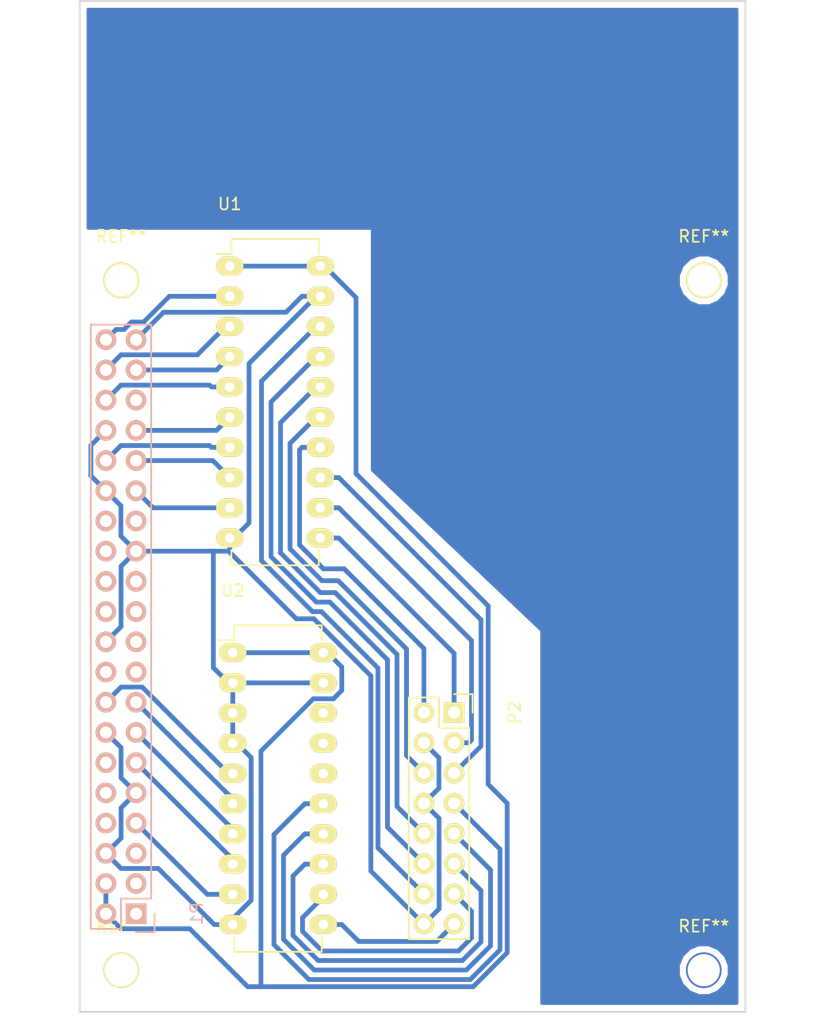
<source format=kicad_pcb>
(kicad_pcb (version 4) (host pcbnew 4.0.4-1.fc25-product)

  (general
    (links 48)
    (no_connects 0)
    (area 33.924999 31.924999 90.075001 117.075001)
    (thickness 1.6)
    (drawings 4)
    (tracks 226)
    (zones 0)
    (modules 8)
    (nets 49)
  )

  (page A4)
  (layers
    (0 F.Cu signal)
    (31 B.Cu signal)
    (32 B.Adhes user)
    (33 F.Adhes user)
    (34 B.Paste user)
    (35 F.Paste user)
    (36 B.SilkS user)
    (37 F.SilkS user)
    (38 B.Mask user)
    (39 F.Mask user)
    (40 Dwgs.User user)
    (41 Cmts.User user)
    (42 Eco1.User user)
    (43 Eco2.User user)
    (44 Edge.Cuts user)
    (45 Margin user)
    (46 B.CrtYd user)
    (47 F.CrtYd user)
    (48 B.Fab user)
    (49 F.Fab user)
  )

  (setup
    (last_trace_width 0.4)
    (trace_clearance 0.2)
    (zone_clearance 0.508)
    (zone_45_only no)
    (trace_min 0.2)
    (segment_width 0.2)
    (edge_width 0.15)
    (via_size 0.6)
    (via_drill 0.4)
    (via_min_size 0.4)
    (via_min_drill 0.3)
    (uvia_size 0.3)
    (uvia_drill 0.1)
    (uvias_allowed no)
    (uvia_min_size 0.2)
    (uvia_min_drill 0.1)
    (pcb_text_width 0.3)
    (pcb_text_size 1.5 1.5)
    (mod_edge_width 0.15)
    (mod_text_size 1 1)
    (mod_text_width 0.15)
    (pad_size 3 3)
    (pad_drill 2.7)
    (pad_to_mask_clearance 0.2)
    (aux_axis_origin 0 0)
    (visible_elements FFFFFB1F)
    (pcbplotparams
      (layerselection 0x00000_00000001)
      (usegerberextensions false)
      (excludeedgelayer true)
      (linewidth 0.100000)
      (plotframeref false)
      (viasonmask false)
      (mode 1)
      (useauxorigin false)
      (hpglpennumber 1)
      (hpglpenspeed 20)
      (hpglpendiameter 15)
      (hpglpenoverlay 2)
      (psnegative false)
      (psa4output false)
      (plotreference false)
      (plotvalue false)
      (plotinvisibletext false)
      (padsonsilk false)
      (subtractmaskfromsilk false)
      (outputformat 1)
      (mirror false)
      (drillshape 0)
      (scaleselection 1)
      (outputdirectory ""))
  )

  (net 0 "")
  (net 1 "Net-(P1-Pad1)")
  (net 2 "Net-(P1-Pad3)")
  (net 3 "Net-(P1-Pad5)")
  (net 4 "Net-(P1-Pad7)")
  (net 5 "Net-(P1-Pad8)")
  (net 6 "Net-(P1-Pad10)")
  (net 7 "Net-(P1-Pad11)")
  (net 8 "Net-(P1-Pad12)")
  (net 9 "Net-(P1-Pad13)")
  (net 10 "Net-(P1-Pad15)")
  (net 11 "Net-(P1-Pad16)")
  (net 12 "Net-(P1-Pad17)")
  (net 13 "Net-(P1-Pad18)")
  (net 14 "Net-(P1-Pad19)")
  (net 15 "Net-(P1-Pad21)")
  (net 16 "Net-(P1-Pad22)")
  (net 17 "Net-(P1-Pad23)")
  (net 18 "Net-(P1-Pad24)")
  (net 19 "Net-(P1-Pad26)")
  (net 20 "Net-(P1-Pad27)")
  (net 21 "Net-(P1-Pad28)")
  (net 22 "Net-(P1-Pad29)")
  (net 23 "Net-(P1-Pad31)")
  (net 24 "Net-(P1-Pad32)")
  (net 25 "Net-(P1-Pad33)")
  (net 26 "Net-(P1-Pad35)")
  (net 27 "Net-(P1-Pad36)")
  (net 28 "Net-(P1-Pad37)")
  (net 29 "Net-(P1-Pad38)")
  (net 30 "Net-(P1-Pad40)")
  (net 31 "Net-(P2-Pad1)")
  (net 32 "Net-(P2-Pad2)")
  (net 33 "Net-(P2-Pad3)")
  (net 34 GND)
  (net 35 "Net-(P2-Pad5)")
  (net 36 "Net-(P2-Pad6)")
  (net 37 "Net-(P2-Pad7)")
  (net 38 "Net-(P2-Pad9)")
  (net 39 "Net-(P2-Pad10)")
  (net 40 "Net-(P2-Pad11)")
  (net 41 "Net-(P2-Pad12)")
  (net 42 "Net-(P2-Pad13)")
  (net 43 "Net-(P2-Pad14)")
  (net 44 "Net-(P2-Pad15)")
  (net 45 VCC)
  (net 46 "Net-(U2-Pad16)")
  (net 47 "Net-(U2-Pad17)")
  (net 48 "Net-(U2-Pad18)")

  (net_class Default "This is the default net class."
    (clearance 0.2)
    (trace_width 0.4)
    (via_dia 0.6)
    (via_drill 0.4)
    (uvia_dia 0.3)
    (uvia_drill 0.1)
    (add_net GND)
    (add_net "Net-(P1-Pad1)")
    (add_net "Net-(P1-Pad10)")
    (add_net "Net-(P1-Pad11)")
    (add_net "Net-(P1-Pad12)")
    (add_net "Net-(P1-Pad13)")
    (add_net "Net-(P1-Pad15)")
    (add_net "Net-(P1-Pad16)")
    (add_net "Net-(P1-Pad17)")
    (add_net "Net-(P1-Pad18)")
    (add_net "Net-(P1-Pad19)")
    (add_net "Net-(P1-Pad21)")
    (add_net "Net-(P1-Pad22)")
    (add_net "Net-(P1-Pad23)")
    (add_net "Net-(P1-Pad24)")
    (add_net "Net-(P1-Pad26)")
    (add_net "Net-(P1-Pad27)")
    (add_net "Net-(P1-Pad28)")
    (add_net "Net-(P1-Pad29)")
    (add_net "Net-(P1-Pad3)")
    (add_net "Net-(P1-Pad31)")
    (add_net "Net-(P1-Pad32)")
    (add_net "Net-(P1-Pad33)")
    (add_net "Net-(P1-Pad35)")
    (add_net "Net-(P1-Pad36)")
    (add_net "Net-(P1-Pad37)")
    (add_net "Net-(P1-Pad38)")
    (add_net "Net-(P1-Pad40)")
    (add_net "Net-(P1-Pad5)")
    (add_net "Net-(P1-Pad7)")
    (add_net "Net-(P1-Pad8)")
    (add_net "Net-(P2-Pad1)")
    (add_net "Net-(P2-Pad10)")
    (add_net "Net-(P2-Pad11)")
    (add_net "Net-(P2-Pad12)")
    (add_net "Net-(P2-Pad13)")
    (add_net "Net-(P2-Pad14)")
    (add_net "Net-(P2-Pad15)")
    (add_net "Net-(P2-Pad2)")
    (add_net "Net-(P2-Pad3)")
    (add_net "Net-(P2-Pad5)")
    (add_net "Net-(P2-Pad6)")
    (add_net "Net-(P2-Pad7)")
    (add_net "Net-(P2-Pad9)")
    (add_net "Net-(U2-Pad16)")
    (add_net "Net-(U2-Pad17)")
    (add_net "Net-(U2-Pad18)")
    (add_net VCC)
  )

  (module Housings_DIP:DIP-20_W7.62mm_LongPads (layer F.Cu) (tedit 54130A77) (tstamp 58A6C3B3)
    (at 46.88 86.8)
    (descr "20-lead dip package, row spacing 7.62 mm (300 mils), longer pads")
    (tags "dil dip 2.54 300")
    (path /58A44BBE)
    (fp_text reference U2 (at 0 -5.22) (layer F.SilkS)
      (effects (font (size 1 1) (thickness 0.15)))
    )
    (fp_text value 74HC245 (at 0 -3.72) (layer F.Fab)
      (effects (font (size 1 1) (thickness 0.15)))
    )
    (fp_line (start -1.4 -2.45) (end -1.4 25.35) (layer F.CrtYd) (width 0.05))
    (fp_line (start 9 -2.45) (end 9 25.35) (layer F.CrtYd) (width 0.05))
    (fp_line (start -1.4 -2.45) (end 9 -2.45) (layer F.CrtYd) (width 0.05))
    (fp_line (start -1.4 25.35) (end 9 25.35) (layer F.CrtYd) (width 0.05))
    (fp_line (start 0.135 -2.295) (end 0.135 -1.025) (layer F.SilkS) (width 0.15))
    (fp_line (start 7.485 -2.295) (end 7.485 -1.025) (layer F.SilkS) (width 0.15))
    (fp_line (start 7.485 25.155) (end 7.485 23.885) (layer F.SilkS) (width 0.15))
    (fp_line (start 0.135 25.155) (end 0.135 23.885) (layer F.SilkS) (width 0.15))
    (fp_line (start 0.135 -2.295) (end 7.485 -2.295) (layer F.SilkS) (width 0.15))
    (fp_line (start 0.135 25.155) (end 7.485 25.155) (layer F.SilkS) (width 0.15))
    (fp_line (start 0.135 -1.025) (end -1.15 -1.025) (layer F.SilkS) (width 0.15))
    (pad 1 thru_hole oval (at 0 0) (size 2.3 1.6) (drill 0.8) (layers *.Cu *.Mask F.SilkS)
      (net 45 VCC))
    (pad 2 thru_hole oval (at 0 2.54) (size 2.3 1.6) (drill 0.8) (layers *.Cu *.Mask F.SilkS)
      (net 34 GND))
    (pad 3 thru_hole oval (at 0 5.08) (size 2.3 1.6) (drill 0.8) (layers *.Cu *.Mask F.SilkS)
      (net 34 GND))
    (pad 4 thru_hole oval (at 0 7.62) (size 2.3 1.6) (drill 0.8) (layers *.Cu *.Mask F.SilkS)
      (net 34 GND))
    (pad 5 thru_hole oval (at 0 10.16) (size 2.3 1.6) (drill 0.8) (layers *.Cu *.Mask F.SilkS)
      (net 11 "Net-(P1-Pad16)"))
    (pad 6 thru_hole oval (at 0 12.7) (size 2.3 1.6) (drill 0.8) (layers *.Cu *.Mask F.SilkS)
      (net 10 "Net-(P1-Pad15)"))
    (pad 7 thru_hole oval (at 0 15.24) (size 2.3 1.6) (drill 0.8) (layers *.Cu *.Mask F.SilkS)
      (net 9 "Net-(P1-Pad13)"))
    (pad 8 thru_hole oval (at 0 17.78) (size 2.3 1.6) (drill 0.8) (layers *.Cu *.Mask F.SilkS)
      (net 7 "Net-(P1-Pad11)"))
    (pad 9 thru_hole oval (at 0 20.32) (size 2.3 1.6) (drill 0.8) (layers *.Cu *.Mask F.SilkS)
      (net 4 "Net-(P1-Pad7)"))
    (pad 10 thru_hole oval (at 0 22.86) (size 2.3 1.6) (drill 0.8) (layers *.Cu *.Mask F.SilkS)
      (net 34 GND))
    (pad 11 thru_hole oval (at 7.62 22.86) (size 2.3 1.6) (drill 0.8) (layers *.Cu *.Mask F.SilkS)
      (net 44 "Net-(P2-Pad15)"))
    (pad 12 thru_hole oval (at 7.62 20.32) (size 2.3 1.6) (drill 0.8) (layers *.Cu *.Mask F.SilkS)
      (net 42 "Net-(P2-Pad13)"))
    (pad 13 thru_hole oval (at 7.62 17.78) (size 2.3 1.6) (drill 0.8) (layers *.Cu *.Mask F.SilkS)
      (net 40 "Net-(P2-Pad11)"))
    (pad 14 thru_hole oval (at 7.62 15.24) (size 2.3 1.6) (drill 0.8) (layers *.Cu *.Mask F.SilkS)
      (net 38 "Net-(P2-Pad9)"))
    (pad 15 thru_hole oval (at 7.62 12.7) (size 2.3 1.6) (drill 0.8) (layers *.Cu *.Mask F.SilkS)
      (net 37 "Net-(P2-Pad7)"))
    (pad 16 thru_hole oval (at 7.62 10.16) (size 2.3 1.6) (drill 0.8) (layers *.Cu *.Mask F.SilkS)
      (net 46 "Net-(U2-Pad16)"))
    (pad 17 thru_hole oval (at 7.62 7.62) (size 2.3 1.6) (drill 0.8) (layers *.Cu *.Mask F.SilkS)
      (net 47 "Net-(U2-Pad17)"))
    (pad 18 thru_hole oval (at 7.62 5.08) (size 2.3 1.6) (drill 0.8) (layers *.Cu *.Mask F.SilkS)
      (net 48 "Net-(U2-Pad18)"))
    (pad 19 thru_hole oval (at 7.62 2.54) (size 2.3 1.6) (drill 0.8) (layers *.Cu *.Mask F.SilkS)
      (net 34 GND))
    (pad 20 thru_hole oval (at 7.62 0) (size 2.3 1.6) (drill 0.8) (layers *.Cu *.Mask F.SilkS)
      (net 45 VCC))
    (model Housings_DIP.3dshapes/DIP-20_W7.62mm_LongPads.wrl
      (at (xyz 0 0 0))
      (scale (xyz 1 1 1))
      (rotate (xyz 0 0 0))
    )
  )

  (module Mounting_Holes:MountingHole_2.7mm_M2.5 (layer F.Cu) (tedit 58A58631) (tstamp 58A45BEE)
    (at 37.5 55.5)
    (descr "Mounting Hole 2.7mm, no annular, M2.5")
    (tags "mounting hole 2.7mm no annular m2.5")
    (fp_text reference REF** (at 0 -3.7) (layer F.SilkS)
      (effects (font (size 1 1) (thickness 0.15)))
    )
    (fp_text value MountingHole_2.7mm_M2.5 (at 0 3.7) (layer F.Fab)
      (effects (font (size 1 1) (thickness 0.15)))
    )
    (fp_circle (center 0 0) (end 2.7 0) (layer Cmts.User) (width 0.15))
    (fp_circle (center 0 0) (end 2.95 0) (layer F.CrtYd) (width 0.05))
    (pad "" np_thru_hole circle (at 0 0) (size 3 3) (drill 2.7) (layers *.Cu *.Mask F.SilkS))
  )

  (module Mounting_Holes:MountingHole_2.7mm_M2.5 (layer F.Cu) (tedit 58A5861F) (tstamp 58A45BFC)
    (at 86.5 113.5)
    (descr "Mounting Hole 2.7mm, no annular, M2.5")
    (tags "mounting hole 2.7mm no annular m2.5")
    (fp_text reference REF** (at 0 -3.7) (layer F.SilkS)
      (effects (font (size 1 1) (thickness 0.15)))
    )
    (fp_text value MountingHole_2.7mm_M2.5 (at 0 3.7) (layer F.Fab)
      (effects (font (size 1 1) (thickness 0.15)))
    )
    (fp_circle (center 0 0) (end 2.7 0) (layer Cmts.User) (width 0.15))
    (fp_circle (center 0 0) (end 2.95 0) (layer F.CrtYd) (width 0.05))
    (pad "" np_thru_hole circle (at 0 0) (size 3 3) (drill 2.7) (layers *.Cu *.Mask))
  )

  (module Mounting_Holes:MountingHole_2.7mm_M2.5 (layer F.Cu) (tedit 58A58627) (tstamp 58A45E6D)
    (at 37.5 113.5)
    (descr "Mounting Hole 2.7mm, no annular, M2.5")
    (tags "mounting hole 2.7mm no annular m2.5")
    (fp_text reference REF** (at 0 -3.7) (layer F.SilkS)
      (effects (font (size 1 1) (thickness 0.15)))
    )
    (fp_text value MountingHole_2.7mm_M2.5 (at 0 3.7) (layer F.Fab)
      (effects (font (size 1 1) (thickness 0.15)))
    )
    (fp_circle (center 0 0) (end 2.7 0) (layer Cmts.User) (width 0.15))
    (fp_circle (center 0 0) (end 2.95 0) (layer F.CrtYd) (width 0.05))
    (pad "" np_thru_hole circle (at 0 0) (size 3 3) (drill 2.7) (layers *.Cu *.Mask F.SilkS))
  )

  (module Mounting_Holes:MountingHole_2.7mm_M2.5 (layer F.Cu) (tedit 58A5862D) (tstamp 58A4659A)
    (at 86.5 55.5)
    (descr "Mounting Hole 2.7mm, no annular, M2.5")
    (tags "mounting hole 2.7mm no annular m2.5")
    (fp_text reference REF** (at 0 -3.7) (layer F.SilkS)
      (effects (font (size 1 1) (thickness 0.15)))
    )
    (fp_text value MountingHole_2.7mm_M2.5 (at 0 3.7) (layer F.Fab)
      (effects (font (size 1 1) (thickness 0.15)))
    )
    (fp_circle (center 0 0) (end 2.7 0) (layer Cmts.User) (width 0.15))
    (fp_circle (center 0 0) (end 2.95 0) (layer F.CrtYd) (width 0.05))
    (pad "" np_thru_hole circle (at 0 0) (size 3 3) (drill 2.7) (layers *.Cu *.Mask F.SilkS))
  )

  (module Socket_Strips:Socket_Strip_Straight_2x08 (layer F.Cu) (tedit 0) (tstamp 58A6C36D)
    (at 65.5 91.84 270)
    (descr "Through hole socket strip")
    (tags "socket strip")
    (path /58A44D36)
    (fp_text reference P2 (at 0 -5.1 270) (layer F.SilkS)
      (effects (font (size 1 1) (thickness 0.15)))
    )
    (fp_text value CONN_02X08 (at 0 -3.1 270) (layer F.Fab)
      (effects (font (size 1 1) (thickness 0.15)))
    )
    (fp_line (start -1.75 -1.75) (end -1.75 4.3) (layer F.CrtYd) (width 0.05))
    (fp_line (start 19.55 -1.75) (end 19.55 4.3) (layer F.CrtYd) (width 0.05))
    (fp_line (start -1.75 -1.75) (end 19.55 -1.75) (layer F.CrtYd) (width 0.05))
    (fp_line (start -1.75 4.3) (end 19.55 4.3) (layer F.CrtYd) (width 0.05))
    (fp_line (start 19.05 3.81) (end -1.27 3.81) (layer F.SilkS) (width 0.15))
    (fp_line (start 1.27 -1.27) (end 19.05 -1.27) (layer F.SilkS) (width 0.15))
    (fp_line (start 19.05 3.81) (end 19.05 -1.27) (layer F.SilkS) (width 0.15))
    (fp_line (start -1.27 3.81) (end -1.27 1.27) (layer F.SilkS) (width 0.15))
    (fp_line (start 0 -1.55) (end -1.55 -1.55) (layer F.SilkS) (width 0.15))
    (fp_line (start -1.27 1.27) (end 1.27 1.27) (layer F.SilkS) (width 0.15))
    (fp_line (start 1.27 1.27) (end 1.27 -1.27) (layer F.SilkS) (width 0.15))
    (fp_line (start -1.55 -1.55) (end -1.55 0) (layer F.SilkS) (width 0.15))
    (pad 1 thru_hole rect (at 0 0 270) (size 1.7272 1.7272) (drill 1.016) (layers *.Cu *.Mask F.SilkS)
      (net 31 "Net-(P2-Pad1)"))
    (pad 2 thru_hole oval (at 0 2.54 270) (size 1.7272 1.7272) (drill 1.016) (layers *.Cu *.Mask F.SilkS)
      (net 32 "Net-(P2-Pad2)"))
    (pad 3 thru_hole oval (at 2.54 0 270) (size 1.7272 1.7272) (drill 1.016) (layers *.Cu *.Mask F.SilkS)
      (net 33 "Net-(P2-Pad3)"))
    (pad 4 thru_hole oval (at 2.54 2.54 270) (size 1.7272 1.7272) (drill 1.016) (layers *.Cu *.Mask F.SilkS)
      (net 34 GND))
    (pad 5 thru_hole oval (at 5.08 0 270) (size 1.7272 1.7272) (drill 1.016) (layers *.Cu *.Mask F.SilkS)
      (net 35 "Net-(P2-Pad5)"))
    (pad 6 thru_hole oval (at 5.08 2.54 270) (size 1.7272 1.7272) (drill 1.016) (layers *.Cu *.Mask F.SilkS)
      (net 36 "Net-(P2-Pad6)"))
    (pad 7 thru_hole oval (at 7.62 0 270) (size 1.7272 1.7272) (drill 1.016) (layers *.Cu *.Mask F.SilkS)
      (net 37 "Net-(P2-Pad7)"))
    (pad 8 thru_hole oval (at 7.62 2.54 270) (size 1.7272 1.7272) (drill 1.016) (layers *.Cu *.Mask F.SilkS)
      (net 34 GND))
    (pad 9 thru_hole oval (at 10.16 0 270) (size 1.7272 1.7272) (drill 1.016) (layers *.Cu *.Mask F.SilkS)
      (net 38 "Net-(P2-Pad9)"))
    (pad 10 thru_hole oval (at 10.16 2.54 270) (size 1.7272 1.7272) (drill 1.016) (layers *.Cu *.Mask F.SilkS)
      (net 39 "Net-(P2-Pad10)"))
    (pad 11 thru_hole oval (at 12.7 0 270) (size 1.7272 1.7272) (drill 1.016) (layers *.Cu *.Mask F.SilkS)
      (net 40 "Net-(P2-Pad11)"))
    (pad 12 thru_hole oval (at 12.7 2.54 270) (size 1.7272 1.7272) (drill 1.016) (layers *.Cu *.Mask F.SilkS)
      (net 41 "Net-(P2-Pad12)"))
    (pad 13 thru_hole oval (at 15.24 0 270) (size 1.7272 1.7272) (drill 1.016) (layers *.Cu *.Mask F.SilkS)
      (net 42 "Net-(P2-Pad13)"))
    (pad 14 thru_hole oval (at 15.24 2.54 270) (size 1.7272 1.7272) (drill 1.016) (layers *.Cu *.Mask F.SilkS)
      (net 43 "Net-(P2-Pad14)"))
    (pad 15 thru_hole oval (at 17.78 0 270) (size 1.7272 1.7272) (drill 1.016) (layers *.Cu *.Mask F.SilkS)
      (net 44 "Net-(P2-Pad15)"))
    (pad 16 thru_hole oval (at 17.78 2.54 270) (size 1.7272 1.7272) (drill 1.016) (layers *.Cu *.Mask F.SilkS)
      (net 34 GND))
    (model Socket_Strips.3dshapes/Socket_Strip_Straight_2x08.wrl
      (at (xyz 0.35 -0.05 0))
      (scale (xyz 1 1 1))
      (rotate (xyz 0 0 180))
    )
  )

  (module Housings_DIP:DIP-20_W7.62mm_LongPads (layer F.Cu) (tedit 54130A77) (tstamp 58A6C390)
    (at 46.63 54.3)
    (descr "20-lead dip package, row spacing 7.62 mm (300 mils), longer pads")
    (tags "dil dip 2.54 300")
    (path /58A44C7D)
    (fp_text reference U1 (at 0 -5.22) (layer F.SilkS)
      (effects (font (size 1 1) (thickness 0.15)))
    )
    (fp_text value 74HC245 (at 0 -3.72) (layer F.Fab)
      (effects (font (size 1 1) (thickness 0.15)))
    )
    (fp_line (start -1.4 -2.45) (end -1.4 25.35) (layer F.CrtYd) (width 0.05))
    (fp_line (start 9 -2.45) (end 9 25.35) (layer F.CrtYd) (width 0.05))
    (fp_line (start -1.4 -2.45) (end 9 -2.45) (layer F.CrtYd) (width 0.05))
    (fp_line (start -1.4 25.35) (end 9 25.35) (layer F.CrtYd) (width 0.05))
    (fp_line (start 0.135 -2.295) (end 0.135 -1.025) (layer F.SilkS) (width 0.15))
    (fp_line (start 7.485 -2.295) (end 7.485 -1.025) (layer F.SilkS) (width 0.15))
    (fp_line (start 7.485 25.155) (end 7.485 23.885) (layer F.SilkS) (width 0.15))
    (fp_line (start 0.135 25.155) (end 0.135 23.885) (layer F.SilkS) (width 0.15))
    (fp_line (start 0.135 -2.295) (end 7.485 -2.295) (layer F.SilkS) (width 0.15))
    (fp_line (start 0.135 25.155) (end 7.485 25.155) (layer F.SilkS) (width 0.15))
    (fp_line (start 0.135 -1.025) (end -1.15 -1.025) (layer F.SilkS) (width 0.15))
    (pad 1 thru_hole oval (at 0 0) (size 2.3 1.6) (drill 0.8) (layers *.Cu *.Mask F.SilkS)
      (net 45 VCC))
    (pad 2 thru_hole oval (at 0 2.54) (size 2.3 1.6) (drill 0.8) (layers *.Cu *.Mask F.SilkS)
      (net 30 "Net-(P1-Pad40)"))
    (pad 3 thru_hole oval (at 0 5.08) (size 2.3 1.6) (drill 0.8) (layers *.Cu *.Mask F.SilkS)
      (net 29 "Net-(P1-Pad38)"))
    (pad 4 thru_hole oval (at 0 7.62) (size 2.3 1.6) (drill 0.8) (layers *.Cu *.Mask F.SilkS)
      (net 28 "Net-(P1-Pad37)"))
    (pad 5 thru_hole oval (at 0 10.16) (size 2.3 1.6) (drill 0.8) (layers *.Cu *.Mask F.SilkS)
      (net 27 "Net-(P1-Pad36)"))
    (pad 6 thru_hole oval (at 0 12.7) (size 2.3 1.6) (drill 0.8) (layers *.Cu *.Mask F.SilkS)
      (net 25 "Net-(P1-Pad33)"))
    (pad 7 thru_hole oval (at 0 15.24) (size 2.3 1.6) (drill 0.8) (layers *.Cu *.Mask F.SilkS)
      (net 24 "Net-(P1-Pad32)"))
    (pad 8 thru_hole oval (at 0 17.78) (size 2.3 1.6) (drill 0.8) (layers *.Cu *.Mask F.SilkS)
      (net 23 "Net-(P1-Pad31)"))
    (pad 9 thru_hole oval (at 0 20.32) (size 2.3 1.6) (drill 0.8) (layers *.Cu *.Mask F.SilkS)
      (net 22 "Net-(P1-Pad29)"))
    (pad 10 thru_hole oval (at 0 22.86) (size 2.3 1.6) (drill 0.8) (layers *.Cu *.Mask F.SilkS)
      (net 34 GND))
    (pad 11 thru_hole oval (at 7.62 22.86) (size 2.3 1.6) (drill 0.8) (layers *.Cu *.Mask F.SilkS)
      (net 31 "Net-(P2-Pad1)"))
    (pad 12 thru_hole oval (at 7.62 20.32) (size 2.3 1.6) (drill 0.8) (layers *.Cu *.Mask F.SilkS)
      (net 33 "Net-(P2-Pad3)"))
    (pad 13 thru_hole oval (at 7.62 17.78) (size 2.3 1.6) (drill 0.8) (layers *.Cu *.Mask F.SilkS)
      (net 35 "Net-(P2-Pad5)"))
    (pad 14 thru_hole oval (at 7.62 15.24) (size 2.3 1.6) (drill 0.8) (layers *.Cu *.Mask F.SilkS)
      (net 32 "Net-(P2-Pad2)"))
    (pad 15 thru_hole oval (at 7.62 12.7) (size 2.3 1.6) (drill 0.8) (layers *.Cu *.Mask F.SilkS)
      (net 36 "Net-(P2-Pad6)"))
    (pad 16 thru_hole oval (at 7.62 10.16) (size 2.3 1.6) (drill 0.8) (layers *.Cu *.Mask F.SilkS)
      (net 39 "Net-(P2-Pad10)"))
    (pad 17 thru_hole oval (at 7.62 7.62) (size 2.3 1.6) (drill 0.8) (layers *.Cu *.Mask F.SilkS)
      (net 41 "Net-(P2-Pad12)"))
    (pad 18 thru_hole oval (at 7.62 5.08) (size 2.3 1.6) (drill 0.8) (layers *.Cu *.Mask F.SilkS)
      (net 43 "Net-(P2-Pad14)"))
    (pad 19 thru_hole oval (at 7.62 2.54) (size 2.3 1.6) (drill 0.8) (layers *.Cu *.Mask F.SilkS)
      (net 34 GND))
    (pad 20 thru_hole oval (at 7.62 0) (size 2.3 1.6) (drill 0.8) (layers *.Cu *.Mask F.SilkS)
      (net 45 VCC))
    (model Housings_DIP.3dshapes/DIP-20_W7.62mm_LongPads.wrl
      (at (xyz 0 0 0))
      (scale (xyz 1 1 1))
      (rotate (xyz 0 0 0))
    )
  )

  (module Socket_Strips:Socket_Strip_Straight_2x20 (layer B.Cu) (tedit 0) (tstamp 58A584DC)
    (at 38.75 108.75 90)
    (descr "Through hole socket strip")
    (tags "socket strip")
    (path /58A44B1B)
    (fp_text reference P1 (at 0 5.1 90) (layer B.SilkS)
      (effects (font (size 1 1) (thickness 0.15)) (justify mirror))
    )
    (fp_text value CONN_02X20 (at 0 3.1 90) (layer B.Fab)
      (effects (font (size 1 1) (thickness 0.15)) (justify mirror))
    )
    (fp_line (start -1.75 1.75) (end -1.75 -4.3) (layer B.CrtYd) (width 0.05))
    (fp_line (start 50.05 1.75) (end 50.05 -4.3) (layer B.CrtYd) (width 0.05))
    (fp_line (start -1.75 1.75) (end 50.05 1.75) (layer B.CrtYd) (width 0.05))
    (fp_line (start -1.75 -4.3) (end 50.05 -4.3) (layer B.CrtYd) (width 0.05))
    (fp_line (start 49.53 -3.81) (end -1.27 -3.81) (layer B.SilkS) (width 0.15))
    (fp_line (start 1.27 1.27) (end 49.53 1.27) (layer B.SilkS) (width 0.15))
    (fp_line (start 49.53 -3.81) (end 49.53 1.27) (layer B.SilkS) (width 0.15))
    (fp_line (start -1.27 -3.81) (end -1.27 -1.27) (layer B.SilkS) (width 0.15))
    (fp_line (start 0 1.55) (end -1.55 1.55) (layer B.SilkS) (width 0.15))
    (fp_line (start -1.27 -1.27) (end 1.27 -1.27) (layer B.SilkS) (width 0.15))
    (fp_line (start 1.27 -1.27) (end 1.27 1.27) (layer B.SilkS) (width 0.15))
    (fp_line (start -1.55 1.55) (end -1.55 0) (layer B.SilkS) (width 0.15))
    (pad 1 thru_hole rect (at 0 0 90) (size 1.7272 1.7272) (drill 1.016) (layers *.Cu *.Mask B.SilkS)
      (net 1 "Net-(P1-Pad1)"))
    (pad 2 thru_hole oval (at 0 -2.54 90) (size 1.7272 1.7272) (drill 1.016) (layers *.Cu *.Mask B.SilkS)
      (net 45 VCC))
    (pad 3 thru_hole oval (at 2.54 0 90) (size 1.7272 1.7272) (drill 1.016) (layers *.Cu *.Mask B.SilkS)
      (net 2 "Net-(P1-Pad3)"))
    (pad 4 thru_hole oval (at 2.54 -2.54 90) (size 1.7272 1.7272) (drill 1.016) (layers *.Cu *.Mask B.SilkS)
      (net 45 VCC))
    (pad 5 thru_hole oval (at 5.08 0 90) (size 1.7272 1.7272) (drill 1.016) (layers *.Cu *.Mask B.SilkS)
      (net 3 "Net-(P1-Pad5)"))
    (pad 6 thru_hole oval (at 5.08 -2.54 90) (size 1.7272 1.7272) (drill 1.016) (layers *.Cu *.Mask B.SilkS)
      (net 34 GND))
    (pad 7 thru_hole oval (at 7.62 0 90) (size 1.7272 1.7272) (drill 1.016) (layers *.Cu *.Mask B.SilkS)
      (net 4 "Net-(P1-Pad7)"))
    (pad 8 thru_hole oval (at 7.62 -2.54 90) (size 1.7272 1.7272) (drill 1.016) (layers *.Cu *.Mask B.SilkS)
      (net 5 "Net-(P1-Pad8)"))
    (pad 9 thru_hole oval (at 10.16 0 90) (size 1.7272 1.7272) (drill 1.016) (layers *.Cu *.Mask B.SilkS)
      (net 34 GND))
    (pad 10 thru_hole oval (at 10.16 -2.54 90) (size 1.7272 1.7272) (drill 1.016) (layers *.Cu *.Mask B.SilkS)
      (net 6 "Net-(P1-Pad10)"))
    (pad 11 thru_hole oval (at 12.7 0 90) (size 1.7272 1.7272) (drill 1.016) (layers *.Cu *.Mask B.SilkS)
      (net 7 "Net-(P1-Pad11)"))
    (pad 12 thru_hole oval (at 12.7 -2.54 90) (size 1.7272 1.7272) (drill 1.016) (layers *.Cu *.Mask B.SilkS)
      (net 8 "Net-(P1-Pad12)"))
    (pad 13 thru_hole oval (at 15.24 0 90) (size 1.7272 1.7272) (drill 1.016) (layers *.Cu *.Mask B.SilkS)
      (net 9 "Net-(P1-Pad13)"))
    (pad 14 thru_hole oval (at 15.24 -2.54 90) (size 1.7272 1.7272) (drill 1.016) (layers *.Cu *.Mask B.SilkS)
      (net 34 GND))
    (pad 15 thru_hole oval (at 17.78 0 90) (size 1.7272 1.7272) (drill 1.016) (layers *.Cu *.Mask B.SilkS)
      (net 10 "Net-(P1-Pad15)"))
    (pad 16 thru_hole oval (at 17.78 -2.54 90) (size 1.7272 1.7272) (drill 1.016) (layers *.Cu *.Mask B.SilkS)
      (net 11 "Net-(P1-Pad16)"))
    (pad 17 thru_hole oval (at 20.32 0 90) (size 1.7272 1.7272) (drill 1.016) (layers *.Cu *.Mask B.SilkS)
      (net 12 "Net-(P1-Pad17)"))
    (pad 18 thru_hole oval (at 20.32 -2.54 90) (size 1.7272 1.7272) (drill 1.016) (layers *.Cu *.Mask B.SilkS)
      (net 13 "Net-(P1-Pad18)"))
    (pad 19 thru_hole oval (at 22.86 0 90) (size 1.7272 1.7272) (drill 1.016) (layers *.Cu *.Mask B.SilkS)
      (net 14 "Net-(P1-Pad19)"))
    (pad 20 thru_hole oval (at 22.86 -2.54 90) (size 1.7272 1.7272) (drill 1.016) (layers *.Cu *.Mask B.SilkS)
      (net 34 GND))
    (pad 21 thru_hole oval (at 25.4 0 90) (size 1.7272 1.7272) (drill 1.016) (layers *.Cu *.Mask B.SilkS)
      (net 15 "Net-(P1-Pad21)"))
    (pad 22 thru_hole oval (at 25.4 -2.54 90) (size 1.7272 1.7272) (drill 1.016) (layers *.Cu *.Mask B.SilkS)
      (net 16 "Net-(P1-Pad22)"))
    (pad 23 thru_hole oval (at 27.94 0 90) (size 1.7272 1.7272) (drill 1.016) (layers *.Cu *.Mask B.SilkS)
      (net 17 "Net-(P1-Pad23)"))
    (pad 24 thru_hole oval (at 27.94 -2.54 90) (size 1.7272 1.7272) (drill 1.016) (layers *.Cu *.Mask B.SilkS)
      (net 18 "Net-(P1-Pad24)"))
    (pad 25 thru_hole oval (at 30.48 0 90) (size 1.7272 1.7272) (drill 1.016) (layers *.Cu *.Mask B.SilkS)
      (net 34 GND))
    (pad 26 thru_hole oval (at 30.48 -2.54 90) (size 1.7272 1.7272) (drill 1.016) (layers *.Cu *.Mask B.SilkS)
      (net 19 "Net-(P1-Pad26)"))
    (pad 27 thru_hole oval (at 33.02 0 90) (size 1.7272 1.7272) (drill 1.016) (layers *.Cu *.Mask B.SilkS)
      (net 20 "Net-(P1-Pad27)"))
    (pad 28 thru_hole oval (at 33.02 -2.54 90) (size 1.7272 1.7272) (drill 1.016) (layers *.Cu *.Mask B.SilkS)
      (net 21 "Net-(P1-Pad28)"))
    (pad 29 thru_hole oval (at 35.56 0 90) (size 1.7272 1.7272) (drill 1.016) (layers *.Cu *.Mask B.SilkS)
      (net 22 "Net-(P1-Pad29)"))
    (pad 30 thru_hole oval (at 35.56 -2.54 90) (size 1.7272 1.7272) (drill 1.016) (layers *.Cu *.Mask B.SilkS)
      (net 34 GND))
    (pad 31 thru_hole oval (at 38.1 0 90) (size 1.7272 1.7272) (drill 1.016) (layers *.Cu *.Mask B.SilkS)
      (net 23 "Net-(P1-Pad31)"))
    (pad 32 thru_hole oval (at 38.1 -2.54 90) (size 1.7272 1.7272) (drill 1.016) (layers *.Cu *.Mask B.SilkS)
      (net 24 "Net-(P1-Pad32)"))
    (pad 33 thru_hole oval (at 40.64 0 90) (size 1.7272 1.7272) (drill 1.016) (layers *.Cu *.Mask B.SilkS)
      (net 25 "Net-(P1-Pad33)"))
    (pad 34 thru_hole oval (at 40.64 -2.54 90) (size 1.7272 1.7272) (drill 1.016) (layers *.Cu *.Mask B.SilkS)
      (net 34 GND))
    (pad 35 thru_hole oval (at 43.18 0 90) (size 1.7272 1.7272) (drill 1.016) (layers *.Cu *.Mask B.SilkS)
      (net 26 "Net-(P1-Pad35)"))
    (pad 36 thru_hole oval (at 43.18 -2.54 90) (size 1.7272 1.7272) (drill 1.016) (layers *.Cu *.Mask B.SilkS)
      (net 27 "Net-(P1-Pad36)"))
    (pad 37 thru_hole oval (at 45.72 0 90) (size 1.7272 1.7272) (drill 1.016) (layers *.Cu *.Mask B.SilkS)
      (net 28 "Net-(P1-Pad37)"))
    (pad 38 thru_hole oval (at 45.72 -2.54 90) (size 1.7272 1.7272) (drill 1.016) (layers *.Cu *.Mask B.SilkS)
      (net 29 "Net-(P1-Pad38)"))
    (pad 39 thru_hole oval (at 48.26 0 90) (size 1.7272 1.7272) (drill 1.016) (layers *.Cu *.Mask B.SilkS)
      (net 34 GND))
    (pad 40 thru_hole oval (at 48.26 -2.54 90) (size 1.7272 1.7272) (drill 1.016) (layers *.Cu *.Mask B.SilkS)
      (net 30 "Net-(P1-Pad40)"))
    (model Socket_Strips.3dshapes/Socket_Strip_Straight_2x20.wrl
      (at (xyz 0.95 -0.05 0))
      (scale (xyz 1 1 1))
      (rotate (xyz 0 0 180))
    )
  )

  (gr_line (start 90 117) (end 34 117) (layer Edge.Cuts) (width 0.15))
  (gr_line (start 90 32) (end 90 117) (layer Edge.Cuts) (width 0.15))
  (gr_line (start 34 32) (end 90 32) (layer Edge.Cuts) (width 0.15))
  (gr_line (start 34 117) (end 34 32) (layer Edge.Cuts) (width 0.15))

  (segment (start 38.75 101.13) (end 44.74 107.12) (width 0.4) (layer B.Cu) (net 4))
  (segment (start 44.74 107.12) (end 46.88 107.12) (width 0.4) (layer B.Cu) (net 4))
  (segment (start 46.53 107.12) (end 46.88 107.12) (width 0.4) (layer B.Cu) (net 4))
  (segment (start 38.75 96.05) (end 46.88 104.18) (width 0.4) (layer B.Cu) (net 7))
  (segment (start 46.88 104.18) (end 46.88 104.58) (width 0.4) (layer B.Cu) (net 7))
  (segment (start 38.75 93.51) (end 46.88 101.64) (width 0.4) (layer B.Cu) (net 9))
  (segment (start 46.88 101.64) (end 46.88 102.04) (width 0.4) (layer B.Cu) (net 9))
  (segment (start 38.75 90.97) (end 46.88 99.1) (width 0.4) (layer B.Cu) (net 10))
  (segment (start 46.88 99.1) (end 46.88 99.5) (width 0.4) (layer B.Cu) (net 10))
  (segment (start 36.21 90.97) (end 37.486399 89.693601) (width 0.4) (layer B.Cu) (net 11))
  (segment (start 39.263601 89.693601) (end 46.53 96.96) (width 0.4) (layer B.Cu) (net 11))
  (segment (start 37.486399 89.693601) (end 39.263601 89.693601) (width 0.4) (layer B.Cu) (net 11))
  (segment (start 46.53 96.96) (end 46.88 96.96) (width 0.4) (layer B.Cu) (net 11))
  (segment (start 38.75 73.19) (end 40.18 74.62) (width 0.4) (layer B.Cu) (net 22))
  (segment (start 40.18 74.62) (end 46.63 74.62) (width 0.4) (layer B.Cu) (net 22))
  (segment (start 38.75 70.65) (end 45.2 70.65) (width 0.4) (layer B.Cu) (net 23))
  (segment (start 45.2 70.65) (end 46.63 72.08) (width 0.4) (layer B.Cu) (net 23))
  (segment (start 36.21 70.65) (end 37.473601 69.386399) (width 0.4) (layer B.Cu) (net 24))
  (segment (start 37.473601 69.386399) (end 44.926399 69.386399) (width 0.4) (layer B.Cu) (net 24))
  (segment (start 44.926399 69.386399) (end 45.08 69.54) (width 0.4) (layer B.Cu) (net 24))
  (segment (start 45.08 69.54) (end 46.63 69.54) (width 0.4) (layer B.Cu) (net 24))
  (segment (start 38.75 68.11) (end 45.52 68.11) (width 0.4) (layer B.Cu) (net 25))
  (segment (start 45.52 68.11) (end 46.63 67) (width 0.4) (layer B.Cu) (net 25))
  (segment (start 36.21 65.57) (end 37.473601 64.306399) (width 0.4) (layer B.Cu) (net 27))
  (segment (start 37.473601 64.306399) (end 44.926399 64.306399) (width 0.4) (layer B.Cu) (net 27))
  (segment (start 44.926399 64.306399) (end 45.08 64.46) (width 0.4) (layer B.Cu) (net 27))
  (segment (start 45.08 64.46) (end 46.63 64.46) (width 0.4) (layer B.Cu) (net 27))
  (segment (start 38.75 63.03) (end 45.52 63.03) (width 0.4) (layer B.Cu) (net 28))
  (segment (start 45.52 63.03) (end 46.63 61.92) (width 0.4) (layer B.Cu) (net 28))
  (segment (start 36.21 63.03) (end 37.486399 61.753601) (width 0.4) (layer B.Cu) (net 29))
  (segment (start 37.486399 61.753601) (end 43.906399 61.753601) (width 0.4) (layer B.Cu) (net 29))
  (segment (start 43.906399 61.753601) (end 46.28 59.38) (width 0.4) (layer B.Cu) (net 29))
  (segment (start 46.28 59.38) (end 46.63 59.38) (width 0.4) (layer B.Cu) (net 29))
  (segment (start 43.5 56.84) (end 44 56.84) (width 0.4) (layer B.Cu) (net 30))
  (segment (start 41.551458 56.84) (end 43.5 56.84) (width 0.4) (layer B.Cu) (net 30))
  (segment (start 44 56.84) (end 45.08 56.84) (width 0.4) (layer B.Cu) (net 30))
  (segment (start 38.36987 59) (end 39.391458 59) (width 0.4) (layer B.Cu) (net 30))
  (segment (start 39.391458 59) (end 41.551458 56.84) (width 0.4) (layer B.Cu) (net 30))
  (segment (start 45.08 56.84) (end 46.63 56.84) (width 0.4) (layer B.Cu) (net 30))
  (segment (start 36.21 60.49) (end 37.073599 59.626401) (width 0.4) (layer B.Cu) (net 30))
  (segment (start 37.073599 59.626401) (end 37.743469 59.626401) (width 0.4) (layer B.Cu) (net 30))
  (segment (start 37.743469 59.626401) (end 38.36987 59) (width 0.4) (layer B.Cu) (net 30))
  (segment (start 54.25 77.16) (end 55.8 77.16) (width 0.4) (layer B.Cu) (net 31))
  (segment (start 55.8 77.16) (end 65.5 86.86) (width 0.4) (layer B.Cu) (net 31))
  (segment (start 65.5 86.86) (end 65.5 90.5764) (width 0.4) (layer B.Cu) (net 31))
  (segment (start 65.5 90.5764) (end 65.5 91.84) (width 0.4) (layer B.Cu) (net 31))
  (segment (start 54.25 69.54) (end 52.7 69.54) (width 0.4) (layer B.Cu) (net 32))
  (segment (start 52.49999 69.74001) (end 52.49999 77.739903) (width 0.4) (layer B.Cu) (net 32))
  (segment (start 52.7 69.54) (end 52.49999 69.74001) (width 0.4) (layer B.Cu) (net 32))
  (segment (start 52.49999 77.739903) (end 54.510087 79.75) (width 0.4) (layer B.Cu) (net 32))
  (segment (start 54.510087 79.75) (end 56.25 79.75) (width 0.4) (layer B.Cu) (net 32))
  (segment (start 56.25 79.75) (end 62.96 86.46) (width 0.4) (layer B.Cu) (net 32))
  (segment (start 62.96 86.46) (end 62.96 91.84) (width 0.4) (layer B.Cu) (net 32))
  (segment (start 54.25 74.62) (end 55.8 74.62) (width 0.4) (layer B.Cu) (net 33))
  (segment (start 66.963601 85.783601) (end 66.963601 94.137713) (width 0.4) (layer B.Cu) (net 33))
  (segment (start 55.8 74.62) (end 66.963601 85.783601) (width 0.4) (layer B.Cu) (net 33))
  (segment (start 66.963601 94.137713) (end 66.721314 94.38) (width 0.4) (layer B.Cu) (net 33))
  (segment (start 66.721314 94.38) (end 65.5 94.38) (width 0.4) (layer B.Cu) (net 33))
  (segment (start 46.88 91.88) (end 46.88 89.34) (width 0.4) (layer B.Cu) (net 34))
  (segment (start 46.88 94.42) (end 46.88 91.88) (width 0.4) (layer B.Cu) (net 34))
  (segment (start 36.21 103.67) (end 37.486399 104.946399) (width 0.4) (layer B.Cu) (net 34))
  (segment (start 37.486399 104.946399) (end 40.616399 104.946399) (width 0.4) (layer B.Cu) (net 34))
  (segment (start 40.616399 104.946399) (end 45.33 109.66) (width 0.4) (layer B.Cu) (net 34))
  (segment (start 45.33 109.66) (end 46.88 109.66) (width 0.4) (layer B.Cu) (net 34))
  (segment (start 48.25 62.49) (end 48.25 75.89) (width 0.4) (layer B.Cu) (net 34))
  (segment (start 48.25 75.89) (end 46.98 77.16) (width 0.4) (layer B.Cu) (net 34))
  (segment (start 46.98 77.16) (end 46.63 77.16) (width 0.4) (layer B.Cu) (net 34))
  (segment (start 54.25 56.84) (end 53.9 56.84) (width 0.4) (layer B.Cu) (net 34))
  (segment (start 53.9 56.84) (end 48.25 62.49) (width 0.4) (layer B.Cu) (net 34))
  (segment (start 36.21 68.11) (end 34.946399 69.373601) (width 0.4) (layer B.Cu) (net 34))
  (segment (start 34.946399 69.373601) (end 34.946399 71.926399) (width 0.4) (layer B.Cu) (net 34))
  (segment (start 34.946399 71.926399) (end 35.346401 72.326401) (width 0.4) (layer B.Cu) (net 34))
  (segment (start 35.346401 72.326401) (end 36.21 73.19) (width 0.4) (layer B.Cu) (net 34))
  (segment (start 38.75 78.27) (end 45.25 78.27) (width 0.4) (layer B.Cu) (net 34))
  (segment (start 45.25 78.27) (end 46.54 78.27) (width 0.4) (layer B.Cu) (net 34))
  (segment (start 46.88 89.34) (end 46.53 89.34) (width 0.4) (layer B.Cu) (net 34))
  (segment (start 46.53 89.34) (end 45.25 88.06) (width 0.4) (layer B.Cu) (net 34))
  (segment (start 45.25 88.06) (end 45.25 78.27) (width 0.4) (layer B.Cu) (net 34))
  (segment (start 38.75 98.59) (end 37.486399 97.326399) (width 0.4) (layer B.Cu) (net 34))
  (segment (start 37.486399 97.326399) (end 37.486399 94.786399) (width 0.4) (layer B.Cu) (net 34))
  (segment (start 37.486399 94.786399) (end 37.073599 94.373599) (width 0.4) (layer B.Cu) (net 34))
  (segment (start 37.073599 94.373599) (end 36.21 93.51) (width 0.4) (layer B.Cu) (net 34))
  (segment (start 36.21 103.67) (end 37.486399 102.393601) (width 0.4) (layer B.Cu) (net 34))
  (segment (start 37.486399 102.393601) (end 37.486399 99.853601) (width 0.4) (layer B.Cu) (net 34))
  (segment (start 37.486399 99.853601) (end 37.886401 99.453599) (width 0.4) (layer B.Cu) (net 34))
  (segment (start 37.886401 99.453599) (end 38.75 98.59) (width 0.4) (layer B.Cu) (net 34))
  (segment (start 36.21 85.89) (end 37.486399 84.613601) (width 0.4) (layer B.Cu) (net 34))
  (segment (start 37.486399 84.613601) (end 37.486399 79.533601) (width 0.4) (layer B.Cu) (net 34))
  (segment (start 37.486399 79.533601) (end 37.886401 79.133599) (width 0.4) (layer B.Cu) (net 34))
  (segment (start 37.886401 79.133599) (end 38.75 78.27) (width 0.4) (layer B.Cu) (net 34))
  (segment (start 38.75 78.27) (end 37.473601 76.993601) (width 0.4) (layer B.Cu) (net 34))
  (segment (start 37.473601 76.993601) (end 37.473601 74.453601) (width 0.4) (layer B.Cu) (net 34))
  (segment (start 37.473601 74.453601) (end 37.073599 74.053599) (width 0.4) (layer B.Cu) (net 34))
  (segment (start 37.073599 74.053599) (end 36.21 73.19) (width 0.4) (layer B.Cu) (net 34))
  (segment (start 46.54 78.27) (end 46.63 78.36) (width 0.4) (layer B.Cu) (net 34))
  (segment (start 38.75 60.49) (end 41.06001 58.17999) (width 0.4) (layer B.Cu) (net 34))
  (segment (start 41.06001 58.17999) (end 51.36001 58.17999) (width 0.4) (layer B.Cu) (net 34))
  (segment (start 51.36001 58.17999) (end 52.7 56.84) (width 0.4) (layer B.Cu) (net 34))
  (segment (start 52.7 56.84) (end 54.25 56.84) (width 0.4) (layer B.Cu) (net 34))
  (segment (start 46.63 78.36) (end 46.63 77.16) (width 0.4) (layer B.Cu) (net 34))
  (segment (start 48.43001 107.61706) (end 48.43001 98.25) (width 0.4) (layer B.Cu) (net 34))
  (segment (start 48.43001 98.25) (end 48.43001 95.62001) (width 0.4) (layer B.Cu) (net 34))
  (segment (start 62.96 109.62) (end 58.496359 105.156359) (width 0.4) (layer B.Cu) (net 34))
  (segment (start 58.496359 105.156359) (end 58.496359 88.749289) (width 0.4) (layer B.Cu) (net 34))
  (segment (start 52.22003 83.95003) (end 46.63 78.36) (width 0.4) (layer B.Cu) (net 34))
  (segment (start 58.496359 88.749289) (end 53.6971 83.95003) (width 0.4) (layer B.Cu) (net 34))
  (segment (start 53.6971 83.95003) (end 52.22003 83.95003) (width 0.4) (layer B.Cu) (net 34))
  (segment (start 46.88 109.66) (end 46.88 109.16707) (width 0.4) (layer B.Cu) (net 34))
  (segment (start 46.88 109.16707) (end 48.43001 107.61706) (width 0.4) (layer B.Cu) (net 34))
  (segment (start 48.43001 95.62001) (end 47.23 94.42) (width 0.4) (layer B.Cu) (net 34))
  (segment (start 54.85 89.34) (end 54.5 89.34) (width 0.4) (layer B.Cu) (net 34))
  (segment (start 46.88 109.66) (end 47.23 109.66) (width 0.4) (layer B.Cu) (net 34))
  (segment (start 62.96 109.62) (end 64.236399 108.343601) (width 0.4) (layer B.Cu) (net 34))
  (segment (start 64.236399 108.343601) (end 64.236399 100.736399) (width 0.4) (layer B.Cu) (net 34))
  (segment (start 64.236399 100.736399) (end 63.823599 100.323599) (width 0.4) (layer B.Cu) (net 34))
  (segment (start 63.823599 100.323599) (end 62.96 99.46) (width 0.4) (layer B.Cu) (net 34))
  (segment (start 62.96 99.46) (end 64.223601 98.196399) (width 0.4) (layer B.Cu) (net 34))
  (segment (start 64.223601 98.196399) (end 64.223601 95.643601) (width 0.4) (layer B.Cu) (net 34))
  (segment (start 64.223601 95.643601) (end 63.823599 95.243599) (width 0.4) (layer B.Cu) (net 34))
  (segment (start 63.823599 95.243599) (end 62.96 94.38) (width 0.4) (layer B.Cu) (net 34))
  (segment (start 46.88 89.34) (end 48.43 89.34) (width 0.4) (layer B.Cu) (net 34))
  (segment (start 48.43 89.34) (end 54.5 89.34) (width 0.4) (layer B.Cu) (net 34))
  (segment (start 54.25 72.08) (end 55.8 72.08) (width 0.4) (layer B.Cu) (net 35))
  (segment (start 55.8 72.08) (end 67.763611 84.043611) (width 0.4) (layer B.Cu) (net 35))
  (segment (start 67.763611 84.043611) (end 67.763611 94.656389) (width 0.4) (layer B.Cu) (net 35))
  (segment (start 67.763611 94.656389) (end 66.363599 96.056401) (width 0.4) (layer B.Cu) (net 35))
  (segment (start 66.363599 96.056401) (end 65.5 96.92) (width 0.4) (layer B.Cu) (net 35))
  (segment (start 55.75 80.75) (end 61.496399 86.496399) (width 0.4) (layer B.Cu) (net 36))
  (segment (start 61.496399 86.496399) (end 61.496399 95.456399) (width 0.4) (layer B.Cu) (net 36))
  (segment (start 61.496399 95.456399) (end 62.096401 96.056401) (width 0.4) (layer B.Cu) (net 36))
  (segment (start 62.096401 96.056401) (end 62.96 96.92) (width 0.4) (layer B.Cu) (net 36))
  (segment (start 54.378703 80.75) (end 55.75 80.75) (width 0.4) (layer B.Cu) (net 36))
  (segment (start 54.25 67) (end 53.9 67) (width 0.4) (layer B.Cu) (net 36))
  (segment (start 53.9 67) (end 51.69998 69.20002) (width 0.4) (layer B.Cu) (net 36))
  (segment (start 51.69998 69.20002) (end 51.69998 78.071277) (width 0.4) (layer B.Cu) (net 36))
  (segment (start 51.69998 78.071277) (end 54.378703 80.75) (width 0.4) (layer B.Cu) (net 36))
  (segment (start 69.363631 111.780521) (end 69.363631 103.323631) (width 0.4) (layer B.Cu) (net 37))
  (segment (start 69.363631 103.323631) (end 65.5 99.46) (width 0.4) (layer B.Cu) (net 37))
  (segment (start 50.34996 111.34996) (end 53.283641 114.283641) (width 0.4) (layer B.Cu) (net 37))
  (segment (start 53.283641 114.283641) (end 66.860511 114.283641) (width 0.4) (layer B.Cu) (net 37))
  (segment (start 66.860511 114.283641) (end 69.363631 111.780521) (width 0.4) (layer B.Cu) (net 37))
  (segment (start 54.5 99.5) (end 52.95 99.5) (width 0.4) (layer B.Cu) (net 37))
  (segment (start 52.95 99.5) (end 50.34996 102.10004) (width 0.4) (layer B.Cu) (net 37))
  (segment (start 50.34996 102.10004) (end 50.34996 111.34996) (width 0.4) (layer B.Cu) (net 37))
  (segment (start 54.5 102.04) (end 52.95 102.04) (width 0.4) (layer B.Cu) (net 38))
  (segment (start 52.95 102.04) (end 51.14997 103.84003) (width 0.4) (layer B.Cu) (net 38))
  (segment (start 51.14997 103.84003) (end 51.14997 110.902651) (width 0.4) (layer B.Cu) (net 38))
  (segment (start 68.563621 111.449147) (end 68.563621 105.063621) (width 0.4) (layer B.Cu) (net 38))
  (segment (start 51.14997 110.902651) (end 53.73095 113.483631) (width 0.4) (layer B.Cu) (net 38))
  (segment (start 53.73095 113.483631) (end 66.529137 113.483631) (width 0.4) (layer B.Cu) (net 38))
  (segment (start 66.529137 113.483631) (end 68.563621 111.449147) (width 0.4) (layer B.Cu) (net 38))
  (segment (start 68.563621 105.063621) (end 66.363599 102.863599) (width 0.4) (layer B.Cu) (net 38))
  (segment (start 66.363599 102.863599) (end 65.5 102) (width 0.4) (layer B.Cu) (net 38))
  (segment (start 55.5 81.75) (end 60.696389 86.946389) (width 0.4) (layer B.Cu) (net 39))
  (segment (start 60.696389 99.736389) (end 62.096401 101.136401) (width 0.4) (layer B.Cu) (net 39))
  (segment (start 60.696389 86.946389) (end 60.696389 99.736389) (width 0.4) (layer B.Cu) (net 39))
  (segment (start 62.096401 101.136401) (end 62.96 102) (width 0.4) (layer B.Cu) (net 39))
  (segment (start 50.89997 78.402651) (end 54.247319 81.75) (width 0.4) (layer B.Cu) (net 39))
  (segment (start 54.247319 81.75) (end 55.5 81.75) (width 0.4) (layer B.Cu) (net 39))
  (segment (start 54.25 64.46) (end 53.9 64.46) (width 0.4) (layer B.Cu) (net 39))
  (segment (start 53.9 64.46) (end 50.89997 67.46003) (width 0.4) (layer B.Cu) (net 39))
  (segment (start 50.89997 67.46003) (end 50.89997 78.402651) (width 0.4) (layer B.Cu) (net 39))
  (segment (start 54.5 104.58) (end 52.95 104.58) (width 0.4) (layer B.Cu) (net 40))
  (segment (start 66.363599 105.403599) (end 65.5 104.54) (width 0.4) (layer B.Cu) (net 40))
  (segment (start 52.95 104.58) (end 51.94998 105.58002) (width 0.4) (layer B.Cu) (net 40))
  (segment (start 51.94998 105.58002) (end 51.94998 110.571277) (width 0.4) (layer B.Cu) (net 40))
  (segment (start 67.763611 106.803611) (end 66.363599 105.403599) (width 0.4) (layer B.Cu) (net 40))
  (segment (start 51.94998 110.571277) (end 54.062324 112.683621) (width 0.4) (layer B.Cu) (net 40))
  (segment (start 54.062324 112.683621) (end 66.197763 112.683621) (width 0.4) (layer B.Cu) (net 40))
  (segment (start 66.197763 112.683621) (end 67.763611 111.117773) (width 0.4) (layer B.Cu) (net 40))
  (segment (start 67.763611 111.117773) (end 67.763611 106.803611) (width 0.4) (layer B.Cu) (net 40))
  (segment (start 54.25 61.92) (end 53.9 61.92) (width 0.4) (layer B.Cu) (net 41))
  (segment (start 53.9 61.92) (end 50.09996 65.72004) (width 0.4) (layer B.Cu) (net 41))
  (segment (start 50.09996 65.72004) (end 50.09996 78.734025) (width 0.4) (layer B.Cu) (net 41))
  (segment (start 50.09996 78.734025) (end 53.915945 82.55001) (width 0.4) (layer B.Cu) (net 41))
  (segment (start 59.896379 87.396379) (end 59.896379 101.476379) (width 0.4) (layer B.Cu) (net 41))
  (segment (start 53.915945 82.55001) (end 55.05001 82.55001) (width 0.4) (layer B.Cu) (net 41))
  (segment (start 55.05001 82.55001) (end 59.896379 87.396379) (width 0.4) (layer B.Cu) (net 41))
  (segment (start 59.896379 101.476379) (end 62.096401 103.676401) (width 0.4) (layer B.Cu) (net 41))
  (segment (start 62.096401 103.676401) (end 62.96 104.54) (width 0.4) (layer B.Cu) (net 41))
  (segment (start 65.866389 111.883611) (end 66.963601 110.786399) (width 0.4) (layer B.Cu) (net 42))
  (segment (start 66.963601 110.786399) (end 66.963601 108.543601) (width 0.4) (layer B.Cu) (net 42))
  (segment (start 66.963601 108.543601) (end 66.363599 107.943599) (width 0.4) (layer B.Cu) (net 42))
  (segment (start 66.363599 107.943599) (end 65.5 107.08) (width 0.4) (layer B.Cu) (net 42))
  (segment (start 54.5 107.12) (end 54.5 107.330087) (width 0.4) (layer B.Cu) (net 42))
  (segment (start 54.5 107.330087) (end 52.74999 109.080097) (width 0.4) (layer B.Cu) (net 42))
  (segment (start 52.74999 109.080097) (end 52.74999 110.239903) (width 0.4) (layer B.Cu) (net 42))
  (segment (start 52.74999 110.239903) (end 54.393698 111.883611) (width 0.4) (layer B.Cu) (net 42))
  (segment (start 54.393698 111.883611) (end 65.866389 111.883611) (width 0.4) (layer B.Cu) (net 42))
  (segment (start 54.35002 83.35002) (end 59.096369 88.096369) (width 0.4) (layer B.Cu) (net 43))
  (segment (start 59.096369 88.096369) (end 59.096369 103.216369) (width 0.4) (layer B.Cu) (net 43))
  (segment (start 59.096369 103.216369) (end 62.096401 106.216401) (width 0.4) (layer B.Cu) (net 43))
  (segment (start 62.096401 106.216401) (end 62.96 107.08) (width 0.4) (layer B.Cu) (net 43))
  (segment (start 53.584571 83.35002) (end 54.35002 83.35002) (width 0.4) (layer B.Cu) (net 43))
  (segment (start 54.25 59.38) (end 53.9 59.38) (width 0.4) (layer B.Cu) (net 43))
  (segment (start 53.9 59.38) (end 49.29995 63.98005) (width 0.4) (layer B.Cu) (net 43))
  (segment (start 49.29995 63.98005) (end 49.29995 79.065399) (width 0.4) (layer B.Cu) (net 43))
  (segment (start 49.29995 79.065399) (end 53.584571 83.35002) (width 0.4) (layer B.Cu) (net 43))
  (segment (start 54.5 109.66) (end 56.05 109.66) (width 0.4) (layer B.Cu) (net 44))
  (segment (start 56.05 109.66) (end 57.473601 111.083601) (width 0.4) (layer B.Cu) (net 44))
  (segment (start 57.473601 111.083601) (end 64.036399 111.083601) (width 0.4) (layer B.Cu) (net 44))
  (segment (start 64.036399 111.083601) (end 64.636401 110.483599) (width 0.4) (layer B.Cu) (net 44))
  (segment (start 64.636401 110.483599) (end 65.5 109.62) (width 0.4) (layer B.Cu) (net 44))
  (segment (start 43.263601 110.013601) (end 48.133651 114.883651) (width 0.4) (layer B.Cu) (net 45))
  (segment (start 48.133651 114.883651) (end 49.25 114.883651) (width 0.4) (layer B.Cu) (net 45))
  (segment (start 36.21 108.75) (end 37.473601 110.013601) (width 0.4) (layer B.Cu) (net 45))
  (segment (start 37.473601 110.013601) (end 43.263601 110.013601) (width 0.4) (layer B.Cu) (net 45))
  (segment (start 36.21 106.21) (end 36.21 108.75) (width 0.4) (layer B.Cu) (net 45))
  (segment (start 49.25 114.883651) (end 67.109043 114.883651) (width 0.4) (layer B.Cu) (net 45))
  (segment (start 67.109043 114.883651) (end 69.963641 112.029053) (width 0.4) (layer B.Cu) (net 45))
  (segment (start 69.963641 99.463641) (end 68.363621 97.863621) (width 0.4) (layer B.Cu) (net 45))
  (segment (start 69.963641 112.029053) (end 69.963641 99.463641) (width 0.4) (layer B.Cu) (net 45))
  (segment (start 68.363621 97.863621) (end 68.363621 82.863621) (width 0.4) (layer B.Cu) (net 45))
  (segment (start 68.363621 82.863621) (end 57.25 71.75) (width 0.4) (layer B.Cu) (net 45))
  (segment (start 57.25 71.75) (end 57.25 56.95) (width 0.4) (layer B.Cu) (net 45))
  (segment (start 57.25 56.95) (end 54.6 54.3) (width 0.4) (layer B.Cu) (net 45))
  (segment (start 54.6 54.3) (end 54.25 54.3) (width 0.4) (layer B.Cu) (net 45))
  (segment (start 54.85 86.8) (end 56.05001 88.00001) (width 0.4) (layer B.Cu) (net 45))
  (segment (start 54.5 86.8) (end 54.85 86.8) (width 0.4) (layer B.Cu) (net 45))
  (segment (start 56.05001 88.00001) (end 56.05001 89.97704) (width 0.4) (layer B.Cu) (net 45))
  (segment (start 55.34706 90.67999) (end 53.65294 90.67999) (width 0.4) (layer B.Cu) (net 45))
  (segment (start 56.05001 89.97704) (end 55.34706 90.67999) (width 0.4) (layer B.Cu) (net 45))
  (segment (start 53.65294 90.67999) (end 49.25 95.08293) (width 0.4) (layer B.Cu) (net 45))
  (segment (start 49.25 95.08293) (end 49.25 114.883651) (width 0.4) (layer B.Cu) (net 45))
  (segment (start 46.63 54.3) (end 54.25 54.3) (width 0.4) (layer B.Cu) (net 45))
  (segment (start 46.88 86.8) (end 54.5 86.8) (width 0.4) (layer B.Cu) (net 45))

  (zone (net 0) (net_name "") (layer B.Cu) (tstamp 0) (hatch edge 0.508)
    (connect_pads (clearance 0.508))
    (min_thickness 0.254)
    (fill yes (arc_segments 16) (thermal_gap 0.508) (thermal_bridge_width 0.508))
    (polygon
      (pts
        (xy 34 32) (xy 34 51.25) (xy 58.5 51.25) (xy 58.5 71.5) (xy 72.75 85)
        (xy 72.75 117) (xy 90 117) (xy 90 32)
      )
    )
    (filled_polygon
      (pts
        (xy 89.29 116.29) (xy 72.877 116.29) (xy 72.877 113.116187) (xy 84.357277 113.116187) (xy 84.364982 113.519454)
        (xy 84.36463 113.922815) (xy 84.37308 113.943266) (xy 84.373503 113.965387) (xy 84.667261 114.674582) (xy 84.677343 114.679635)
        (xy 84.68898 114.7078) (xy 85.289041 115.308909) (xy 85.319895 115.321721) (xy 85.325418 115.332739) (xy 85.700954 115.47995)
        (xy 86.073459 115.634628) (xy 86.095586 115.634647) (xy 86.116187 115.642723) (xy 86.519454 115.635018) (xy 86.922815 115.63537)
        (xy 86.943266 115.62692) (xy 86.965387 115.626497) (xy 87.674582 115.332739) (xy 87.679635 115.322657) (xy 87.7078 115.31102)
        (xy 88.308909 114.710959) (xy 88.321721 114.680105) (xy 88.332739 114.674582) (xy 88.47995 114.299046) (xy 88.634628 113.926541)
        (xy 88.634647 113.904414) (xy 88.642723 113.883813) (xy 88.635018 113.480546) (xy 88.63537 113.077185) (xy 88.62692 113.056734)
        (xy 88.626497 113.034613) (xy 88.332739 112.325418) (xy 88.322657 112.320365) (xy 88.31102 112.2922) (xy 87.710959 111.691091)
        (xy 87.680105 111.678279) (xy 87.674582 111.667261) (xy 87.299046 111.52005) (xy 86.926541 111.365372) (xy 86.904414 111.365353)
        (xy 86.883813 111.357277) (xy 86.480546 111.364982) (xy 86.077185 111.36463) (xy 86.056734 111.37308) (xy 86.034613 111.373503)
        (xy 85.325418 111.667261) (xy 85.320365 111.677343) (xy 85.2922 111.68898) (xy 84.691091 112.289041) (xy 84.678279 112.319895)
        (xy 84.667261 112.325418) (xy 84.52005 112.700954) (xy 84.365372 113.073459) (xy 84.365353 113.095586) (xy 84.357277 113.116187)
        (xy 72.877 113.116187) (xy 72.877 85) (xy 72.866994 84.95059) (xy 72.837344 84.907804) (xy 58.627 71.445373)
        (xy 58.627 55.116187) (xy 84.357277 55.116187) (xy 84.364982 55.519454) (xy 84.36463 55.922815) (xy 84.37308 55.943266)
        (xy 84.373503 55.965387) (xy 84.667261 56.674582) (xy 84.677343 56.679635) (xy 84.68898 56.7078) (xy 85.289041 57.308909)
        (xy 85.319895 57.321721) (xy 85.325418 57.332739) (xy 85.700954 57.47995) (xy 86.073459 57.634628) (xy 86.095586 57.634647)
        (xy 86.116187 57.642723) (xy 86.519454 57.635018) (xy 86.922815 57.63537) (xy 86.943266 57.62692) (xy 86.965387 57.626497)
        (xy 87.674582 57.332739) (xy 87.679635 57.322657) (xy 87.7078 57.31102) (xy 88.308909 56.710959) (xy 88.321721 56.680105)
        (xy 88.332739 56.674582) (xy 88.47995 56.299046) (xy 88.634628 55.926541) (xy 88.634647 55.904414) (xy 88.642723 55.883813)
        (xy 88.635018 55.480546) (xy 88.63537 55.077185) (xy 88.62692 55.056734) (xy 88.626497 55.034613) (xy 88.332739 54.325418)
        (xy 88.322657 54.320365) (xy 88.31102 54.2922) (xy 87.710959 53.691091) (xy 87.680105 53.678279) (xy 87.674582 53.667261)
        (xy 87.299046 53.52005) (xy 86.926541 53.365372) (xy 86.904414 53.365353) (xy 86.883813 53.357277) (xy 86.480546 53.364982)
        (xy 86.077185 53.36463) (xy 86.056734 53.37308) (xy 86.034613 53.373503) (xy 85.325418 53.667261) (xy 85.320365 53.677343)
        (xy 85.2922 53.68898) (xy 84.691091 54.289041) (xy 84.678279 54.319895) (xy 84.667261 54.325418) (xy 84.52005 54.700954)
        (xy 84.365372 55.073459) (xy 84.365353 55.095586) (xy 84.357277 55.116187) (xy 58.627 55.116187) (xy 58.627 51.25)
        (xy 58.616994 51.20059) (xy 58.588553 51.158965) (xy 58.546159 51.131685) (xy 58.5 51.123) (xy 34.71 51.123)
        (xy 34.71 32.71) (xy 89.29 32.71)
      )
    )
  )
)

</source>
